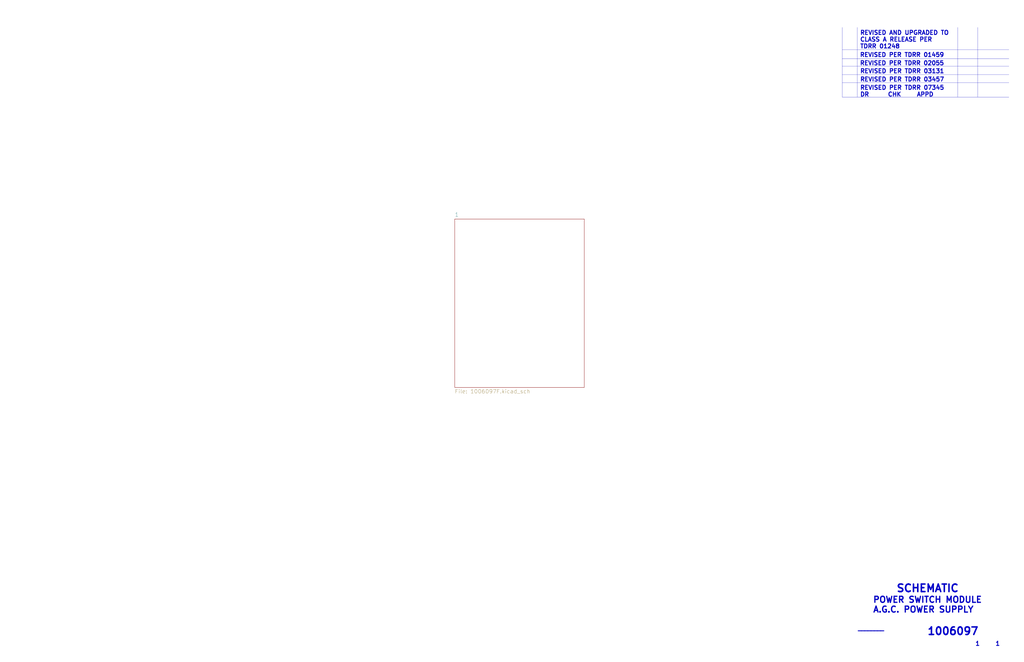
<source format=kicad_sch>
(kicad_sch (version 20211123) (generator eeschema)
  (paper "D")
  (lib_symbols)
  (polyline (pts (xy 710.311 55.88) (xy 850.9 55.88)) (stroke (width 0) (type solid)))
  (polyline (pts (xy 710.311 81.915) (xy 850.9 81.915)) (stroke (width 0) (type solid)))
  (polyline (pts (xy 710.311 62.865) (xy 850.9 62.865)) (stroke (width 0) (type solid)))
  (polyline (pts (xy 807.72 23.114) (xy 807.72 81.915)) (stroke (width 0) (type solid)))
  (polyline (pts (xy 710.311 41.91) (xy 850.9 41.91)) (stroke (width 0) (type solid)))
  (polyline (pts (xy 710.311 23.114) (xy 710.311 81.915)) (stroke (width 0) (type solid)))
  (polyline (pts (xy 723.011 23.114) (xy 723.011 81.915)) (stroke (width 0) (type solid)))
  (polyline (pts (xy 710.311 69.85) (xy 850.9 69.85)) (stroke (width 0) (type solid)))
  (polyline (pts (xy 824.611 23.114) (xy 824.611 81.915)) (stroke (width 0) (type solid)))
  (polyline (pts (xy 710.311 49.53) (xy 850.9 49.53)) (stroke (width 0) (type solid)))
  (text "REVISED AND UPGRADED TO\nCLASS A RELEASE PER\nTDRR 01248" (at 725.17 41.275 0) (effects (font (size 3.556 3.556) (thickness 0.7112) bold) (justify left bottom)))
  (text "POWER SWITCH MODULE" (at 735.965 509.27 0) (effects (font (size 5.08 5.08) (thickness 1.016) bold) (justify left bottom)))
  (text "REVISED PER TDRR 03457" (at 725.17 69.215 0) (effects (font (size 3.556 3.556) (thickness 0.7112) bold) (justify left bottom)))
  (text "SCHEMATIC" (at 755.65 500.38 0) (effects (font (size 6.35 6.35) (thickness 1.27) bold) (justify left bottom)))
  (text "1     1" (at 822.325 545.465 0) (effects (font (size 3.556 3.556) (thickness 0.7112) bold) (justify left bottom)))
  (text "REVISED PER TDRR 01459" (at 725.043 48.514 0) (effects (font (size 3.556 3.556) (thickness 0.7112) bold) (justify left bottom)))
  (text "REVISED PER TDRR 02055" (at 725.043 55.499 0) (effects (font (size 3.556 3.556) (thickness 0.7112) bold) (justify left bottom)))
  (text "REVISED PER TDRR 07345\nDR      CHK     APPD" (at 725.17 81.915 0) (effects (font (size 3.556 3.556) (thickness 0.7112) bold) (justify left bottom)))
  (text "A.G.C. POWER SUPPLY" (at 735.965 517.525 0) (effects (font (size 5.08 5.08) (thickness 1.016) bold) (justify left bottom)))
  (text "1006097" (at 781.685 536.575 0) (effects (font (size 6.35 6.35) (thickness 1.27) bold) (justify left bottom)))
  (text "________" (at 723.265 532.765 0) (effects (font (size 3.556 3.556) (thickness 0.7112) bold) (justify left bottom)))
  (text "REVISED PER TDRR 03131" (at 725.17 62.23 0) (effects (font (size 3.556 3.556) (thickness 0.7112) bold) (justify left bottom)))
  (sheet (at 383.54 184.785) (size 109.22 142.24)
    (property "Sheet name" "1" (at 383.54 183.0574 0) (effects (font (size 3.302 3.302)) (justify left bottom)))
    (property "Sheet file" "1006097F.kicad_sch" (at 383.54 328.4224 0) (effects (font (size 3.302 3.302)) (justify left top)))
  )
)
</source>
